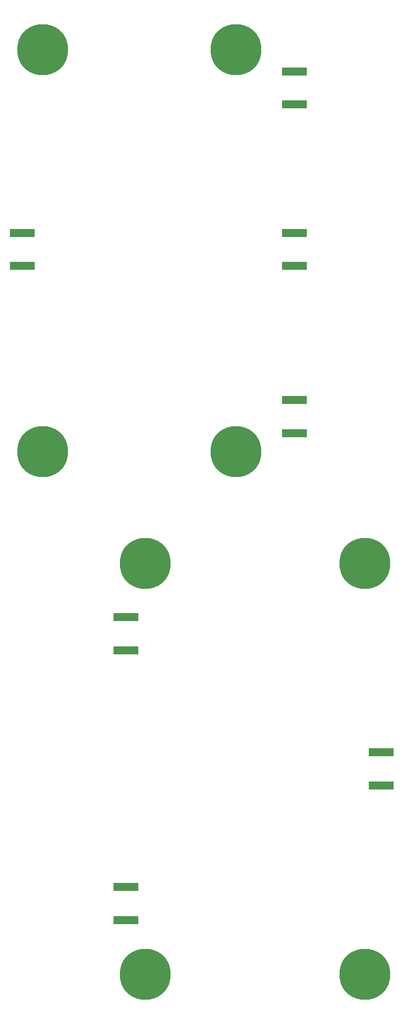
<source format=gbr>
%TF.GenerationSoftware,KiCad,Pcbnew,(5.1.6)-1*%
%TF.CreationDate,2021-12-16T16:10:30-05:00*%
%TF.ProjectId,RFID_PROJECT,52464944-5f50-4524-9f4a-4543542e6b69,c*%
%TF.SameCoordinates,Original*%
%TF.FileFunction,Soldermask,Bot*%
%TF.FilePolarity,Negative*%
%FSLAX46Y46*%
G04 Gerber Fmt 4.6, Leading zero omitted, Abs format (unit mm)*
G04 Created by KiCad (PCBNEW (5.1.6)-1) date 2021-12-16 16:10:30*
%MOMM*%
%LPD*%
G01*
G04 APERTURE LIST*
%ADD10C,1.000000*%
%ADD11C,8.700000*%
%ADD12R,4.300000X1.450000*%
G04 APERTURE END LIST*
D10*
%TO.C,H8*%
X146280419Y-182219581D03*
X144000000Y-181275000D03*
X141719581Y-182219581D03*
X140775000Y-184500000D03*
X141719581Y-186780419D03*
X144000000Y-187725000D03*
X146280419Y-186780419D03*
X147225000Y-184500000D03*
D11*
X144000000Y-184500000D03*
%TD*%
D10*
%TO.C,H7*%
X108780419Y-182219581D03*
X106500000Y-181275000D03*
X104219581Y-182219581D03*
X103275000Y-184500000D03*
X104219581Y-186780419D03*
X106500000Y-187725000D03*
X108780419Y-186780419D03*
X109725000Y-184500000D03*
D11*
X106500000Y-184500000D03*
%TD*%
D10*
%TO.C,H6*%
X146280419Y-112219581D03*
X144000000Y-111275000D03*
X141719581Y-112219581D03*
X140775000Y-114500000D03*
X141719581Y-116780419D03*
X144000000Y-117725000D03*
X146280419Y-116780419D03*
X147225000Y-114500000D03*
D11*
X144000000Y-114500000D03*
%TD*%
D10*
%TO.C,H5*%
X108780419Y-112219581D03*
X106500000Y-111275000D03*
X104219581Y-112219581D03*
X103275000Y-114500000D03*
X104219581Y-116780419D03*
X106500000Y-117725000D03*
X108780419Y-116780419D03*
X109725000Y-114500000D03*
D11*
X106500000Y-114500000D03*
%TD*%
D10*
%TO.C,H4*%
X124280419Y-93219581D03*
X122000000Y-92275000D03*
X119719581Y-93219581D03*
X118775000Y-95500000D03*
X119719581Y-97780419D03*
X122000000Y-98725000D03*
X124280419Y-97780419D03*
X125225000Y-95500000D03*
D11*
X122000000Y-95500000D03*
%TD*%
D10*
%TO.C,H3*%
X91280419Y-93219581D03*
X89000000Y-92275000D03*
X86719581Y-93219581D03*
X85775000Y-95500000D03*
X86719581Y-97780419D03*
X89000000Y-98725000D03*
X91280419Y-97780419D03*
X92225000Y-95500000D03*
D11*
X89000000Y-95500000D03*
%TD*%
D10*
%TO.C,H2*%
X124280419Y-24719581D03*
X122000000Y-23775000D03*
X119719581Y-24719581D03*
X118775000Y-27000000D03*
X119719581Y-29280419D03*
X122000000Y-30225000D03*
X124280419Y-29280419D03*
X125225000Y-27000000D03*
D11*
X122000000Y-27000000D03*
%TD*%
D10*
%TO.C,H1*%
X91280419Y-24719581D03*
X89000000Y-23775000D03*
X86719581Y-24719581D03*
X85775000Y-27000000D03*
X86719581Y-29280419D03*
X89000000Y-30225000D03*
X91280419Y-29280419D03*
X92225000Y-27000000D03*
D11*
X89000000Y-27000000D03*
%TD*%
D12*
%TO.C,J1*%
X85500000Y-58175000D03*
X85500000Y-63825000D03*
%TD*%
%TO.C,J2*%
X132030001Y-30675000D03*
X132030001Y-36325000D03*
%TD*%
%TO.C,J3*%
X132030001Y-63825000D03*
X132030001Y-58175000D03*
%TD*%
%TO.C,J4*%
X132030001Y-86675000D03*
X132030001Y-92325000D03*
%TD*%
%TO.C,J5*%
X103200000Y-123675000D03*
X103200000Y-129325000D03*
%TD*%
%TO.C,J6*%
X103200000Y-169675000D03*
X103200000Y-175325000D03*
%TD*%
%TO.C,J7*%
X146800000Y-146675000D03*
X146800000Y-152325000D03*
%TD*%
M02*

</source>
